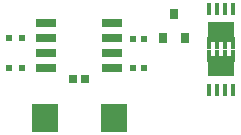
<source format=gtp>
G04*
G04 #@! TF.GenerationSoftware,Altium Limited,Altium Designer,22.4.2 (48)*
G04*
G04 Layer_Color=8421504*
%FSLAX25Y25*%
%MOIN*%
G70*
G04*
G04 #@! TF.SameCoordinates,973ADB7D-B351-4DEC-92AE-D0A835D2328F*
G04*
G04*
G04 #@! TF.FilePolarity,Positive*
G04*
G01*
G75*
%ADD13R,0.07008X0.02835*%
%ADD14R,0.01595X0.03898*%
%ADD15R,0.08799X0.06791*%
%ADD16R,0.02362X0.02362*%
%ADD17R,0.03150X0.03543*%
%ADD18R,0.02992X0.02835*%
%ADD19R,0.08661X0.09252*%
%ADD20R,0.02165X0.02165*%
D13*
X-26713Y16555D02*
D03*
Y11555D02*
D03*
Y6555D02*
D03*
Y1555D02*
D03*
X-4783Y16555D02*
D03*
Y11555D02*
D03*
Y6555D02*
D03*
Y1555D02*
D03*
D14*
X35394Y21398D02*
D03*
X32795D02*
D03*
X30197D02*
D03*
X27598D02*
D03*
Y10098D02*
D03*
X30197D02*
D03*
X32795D02*
D03*
X35394D02*
D03*
X27598Y5650D02*
D03*
X30197D02*
D03*
X32795D02*
D03*
X35394D02*
D03*
Y-5650D02*
D03*
X32795D02*
D03*
X30197D02*
D03*
X27598D02*
D03*
D15*
X31496Y13553D02*
D03*
Y2195D02*
D03*
D16*
X-34941Y1575D02*
D03*
X-39075D02*
D03*
X-34941Y11811D02*
D03*
X-39075D02*
D03*
D17*
X19488D02*
D03*
X12008D02*
D03*
X15748Y19685D02*
D03*
D18*
X-17677Y-1969D02*
D03*
X-13819D02*
D03*
D19*
X-27264Y-14961D02*
D03*
X-4232D02*
D03*
D20*
X5709Y11417D02*
D03*
X2165D02*
D03*
Y1575D02*
D03*
X5709D02*
D03*
M02*

</source>
